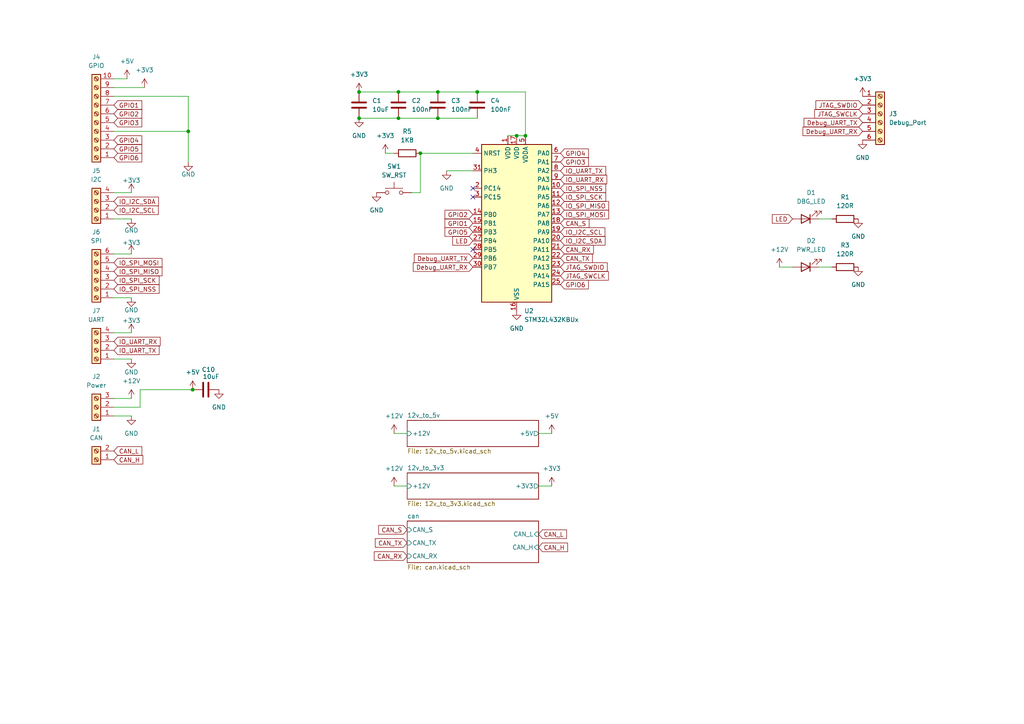
<source format=kicad_sch>
(kicad_sch (version 20231120) (generator "eeschema") (generator_version "8.0")
  (paper "A4")
  (lib_symbols
    (symbol "+3V3_1" (power) (pin_numbers hide) (pin_names (offset 0) hide)
      (property "Value" "+3V3" (at 0 3.556 0))
      (symbol "+3V3_1_0_1"
        (polyline (pts (xy -0.762 1.27) (xy 0 2.54)))
        (polyline (pts (xy 0 0) (xy 0 2.54)))
        (polyline (pts (xy 0 2.54) (xy 0.762 1.27)))
      )
      (symbol "+3V3_1_1_1"
        (pin power_in line (at 0 0 90) (length 0) (name "~") (number "1"))
      )
    )
    (symbol "Connector:Screw_Terminal_01x02" (pin_names (offset 1.016) hide)
      (property "Reference" "J" (at 0 2.54 0))
      (property "Value" "Screw_Terminal_01x02" (at 0 -5.08 0))
      (symbol "Screw_Terminal_01x02_1_1"
        (rectangle (start -1.27 1.27) (end 1.27 -3.81) (stroke (width 0.254)) (fill (type background)))
        (circle (center 0 -2.54) (radius 0.635) (stroke (width 0.1524)))
        (polyline (pts (xy -0.5334 -2.2098) (xy 0.3302 -3.048)) (stroke (width 0.1524)))
        (polyline (pts (xy -0.5334 0.3302) (xy 0.3302 -0.508)) (stroke (width 0.1524)))
        (polyline (pts (xy -0.3556 -2.032) (xy 0.508 -2.8702)) (stroke (width 0.1524)))
        (polyline (pts (xy -0.3556 0.508) (xy 0.508 -0.3302)) (stroke (width 0.1524)))
        (circle (center 0 0) (radius 0.635) (stroke (width 0.1524)))
        (pin passive line (at -5.08 0 0) (length 3.81) (name "Pin_1") (number "1"))
        (pin passive line (at -5.08 -2.54 0) (length 3.81) (name "Pin_2") (number "2"))
      )
    )
    (symbol "Connector:Screw_Terminal_01x03" (pin_names (offset 1.016) hide)
      (property "Reference" "J" (at 0 5.08 0))
      (property "Value" "Screw_Terminal_01x03" (at 0 -5.08 0))
      (symbol "Screw_Terminal_01x03_1_1"
        (rectangle (start -1.27 3.81) (end 1.27 -3.81) (stroke (width 0.254)) (fill (type background)))
        (circle (center 0 -2.54) (radius 0.635) (stroke (width 0.1524)))
        (polyline (pts (xy -0.5334 -2.2098) (xy 0.3302 -3.048)) (stroke (width 0.1524)))
        (polyline (pts (xy -0.5334 0.3302) (xy 0.3302 -0.508)) (stroke (width 0.1524)))
        (polyline (pts (xy -0.5334 2.8702) (xy 0.3302 2.032)) (stroke (width 0.1524)))
        (polyline (pts (xy -0.3556 -2.032) (xy 0.508 -2.8702)) (stroke (width 0.1524)))
        (polyline (pts (xy -0.3556 0.508) (xy 0.508 -0.3302)) (stroke (width 0.1524)))
        (polyline (pts (xy -0.3556 3.048) (xy 0.508 2.2098)) (stroke (width 0.1524)))
        (circle (center 0 0) (radius 0.635) (stroke (width 0.1524)))
        (circle (center 0 2.54) (radius 0.635) (stroke (width 0.1524)))
        (pin passive line (at -5.08 2.54 0) (length 3.81) (name "Pin_1") (number "1"))
        (pin passive line (at -5.08 0 0) (length 3.81) (name "Pin_2") (number "2"))
        (pin passive line (at -5.08 -2.54 0) (length 3.81) (name "Pin_3") (number "3"))
      )
    )
    (symbol "Connector:Screw_Terminal_01x04" (pin_names (offset 1.016) hide)
      (property "Reference" "J" (at 0 5.08 0))
      (property "Value" "Screw_Terminal_01x04" (at 0 -7.62 0))
      (symbol "Screw_Terminal_01x04_1_1"
        (rectangle (start -1.27 3.81) (end 1.27 -6.35) (stroke (width 0.254)) (fill (type background)))
        (circle (center 0 -5.08) (radius 0.635) (stroke (width 0.1524)))
        (circle (center 0 -2.54) (radius 0.635) (stroke (width 0.1524)))
        (polyline (pts (xy -0.5334 -4.7498) (xy 0.3302 -5.588)) (stroke (width 0.1524)))
        (polyline (pts (xy -0.5334 -2.2098) (xy 0.3302 -3.048)) (stroke (width 0.1524)))
        (polyline (pts (xy -0.5334 0.3302) (xy 0.3302 -0.508)) (stroke (width 0.1524)))
        (polyline (pts (xy -0.5334 2.8702) (xy 0.3302 2.032)) (stroke (width 0.1524)))
        (polyline (pts (xy -0.3556 -4.572) (xy 0.508 -5.4102)) (stroke (width 0.1524)))
        (polyline (pts (xy -0.3556 -2.032) (xy 0.508 -2.8702)) (stroke (width 0.1524)))
        (polyline (pts (xy -0.3556 0.508) (xy 0.508 -0.3302)) (stroke (width 0.1524)))
        (polyline (pts (xy -0.3556 3.048) (xy 0.508 2.2098)) (stroke (width 0.1524)))
        (circle (center 0 0) (radius 0.635) (stroke (width 0.1524)))
        (circle (center 0 2.54) (radius 0.635) (stroke (width 0.1524)))
        (pin passive line (at -5.08 2.54 0) (length 3.81) (name "Pin_1") (number "1"))
        (pin passive line (at -5.08 0 0) (length 3.81) (name "Pin_2") (number "2"))
        (pin passive line (at -5.08 -2.54 0) (length 3.81) (name "Pin_3") (number "3"))
        (pin passive line (at -5.08 -5.08 0) (length 3.81) (name "Pin_4") (number "4"))
      )
    )
    (symbol "Connector:Screw_Terminal_01x06" (pin_names (offset 1.016) hide)
      (property "Reference" "J" (at 0 7.62 0))
      (property "Value" "Screw_Terminal_01x06" (at 0 -10.16 0))
      (symbol "Screw_Terminal_01x06_1_1"
        (rectangle (start -1.27 6.35) (end 1.27 -8.89) (stroke (width 0.254)) (fill (type background)))
        (circle (center 0 -7.62) (radius 0.635) (stroke (width 0.1524)))
        (circle (center 0 -5.08) (radius 0.635) (stroke (width 0.1524)))
        (circle (center 0 -2.54) (radius 0.635) (stroke (width 0.1524)))
        (polyline (pts (xy -0.5334 -7.2898) (xy 0.3302 -8.128)) (stroke (width 0.1524)))
        (polyline (pts (xy -0.5334 -4.7498) (xy 0.3302 -5.588)) (stroke (width 0.1524)))
        (polyline (pts (xy -0.5334 -2.2098) (xy 0.3302 -3.048)) (stroke (width 0.1524)))
        (polyline (pts (xy -0.5334 0.3302) (xy 0.3302 -0.508)) (stroke (width 0.1524)))
        (polyline (pts (xy -0.5334 2.8702) (xy 0.3302 2.032)) (stroke (width 0.1524)))
        (polyline (pts (xy -0.5334 5.4102) (xy 0.3302 4.572)) (stroke (width 0.1524)))
        (polyline (pts (xy -0.3556 -7.112) (xy 0.508 -7.9502)) (stroke (width 0.1524)))
        (polyline (pts (xy -0.3556 -4.572) (xy 0.508 -5.4102)) (stroke (width 0.1524)))
        (polyline (pts (xy -0.3556 -2.032) (xy 0.508 -2.8702)) (stroke (width 0.1524)))
        (polyline (pts (xy -0.3556 0.508) (xy 0.508 -0.3302)) (stroke (width 0.1524)))
        (polyline (pts (xy -0.3556 3.048) (xy 0.508 2.2098)) (stroke (width 0.1524)))
        (polyline (pts (xy -0.3556 5.588) (xy 0.508 4.7498)) (stroke (width 0.1524)))
        (circle (center 0 0) (radius 0.635) (stroke (width 0.1524)))
        (circle (center 0 2.54) (radius 0.635) (stroke (width 0.1524)))
        (circle (center 0 5.08) (radius 0.635) (stroke (width 0.1524)))
        (pin passive line (at -5.08 5.08 0) (length 3.81) (name "Pin_1") (number "1"))
        (pin passive line (at -5.08 2.54 0) (length 3.81) (name "Pin_2") (number "2"))
        (pin passive line (at -5.08 0 0) (length 3.81) (name "Pin_3") (number "3"))
        (pin passive line (at -5.08 -2.54 0) (length 3.81) (name "Pin_4") (number "4"))
        (pin passive line (at -5.08 -5.08 0) (length 3.81) (name "Pin_5") (number "5"))
        (pin passive line (at -5.08 -7.62 0) (length 3.81) (name "Pin_6") (number "6"))
      )
    )
    (symbol "Connector:Screw_Terminal_01x10" (pin_names (offset 1.016) hide)
      (property "Reference" "J" (at 0 12.7 0))
      (property "Value" "Screw_Terminal_01x10" (at 0 -15.24 0))
      (symbol "Screw_Terminal_01x10_1_1"
        (rectangle (start -1.27 11.43) (end 1.27 -13.97) (stroke (width 0.254)) (fill (type background)))
        (circle (center 0 -12.7) (radius 0.635) (stroke (width 0.1524)))
        (circle (center 0 -10.16) (radius 0.635) (stroke (width 0.1524)))
        (circle (center 0 -7.62) (radius 0.635) (stroke (width 0.1524)))
        (circle (center 0 -5.08) (radius 0.635) (stroke (width 0.1524)))
        (circle (center 0 -2.54) (radius 0.635) (stroke (width 0.1524)))
        (polyline (pts (xy -0.5334 -12.3698) (xy 0.3302 -13.208)) (stroke (width 0.1524)))
        (polyline (pts (xy -0.5334 -9.8298) (xy 0.3302 -10.668)) (stroke (width 0.1524)))
        (polyline (pts (xy -0.5334 -7.2898) (xy 0.3302 -8.128)) (stroke (width 0.1524)))
        (polyline (pts (xy -0.5334 -4.7498) (xy 0.3302 -5.588)) (stroke (width 0.1524)))
        (polyline (pts (xy -0.5334 -2.2098) (xy 0.3302 -3.048)) (stroke (width 0.1524)))
        (polyline (pts (xy -0.5334 0.3302) (xy 0.3302 -0.508)) (stroke (width 0.1524)))
        (polyline (pts (xy -0.5334 2.8702) (xy 0.3302 2.032)) (stroke (width 0.1524)))
        (polyline (pts (xy -0.5334 5.4102) (xy 0.3302 4.572)) (stroke (width 0.1524)))
        (polyline (pts (xy -0.5334 7.9502) (xy 0.3302 7.112)) (stroke (width 0.1524)))
        (polyline (pts (xy -0.5334 10.4902) (xy 0.3302 9.652)) (stroke (width 0.1524)))
        (polyline (pts (xy -0.3556 -12.192) (xy 0.508 -13.0302)) (stroke (width 0.1524)))
        (polyline (pts (xy -0.3556 -9.652) (xy 0.508 -10.4902)) (stroke (width 0.1524)))
        (polyline (pts (xy -0.3556 -7.112) (xy 0.508 -7.9502)) (stroke (width 0.1524)))
        (polyline (pts (xy -0.3556 -4.572) (xy 0.508 -5.4102)) (stroke (width 0.1524)))
        (polyline (pts (xy -0.3556 -2.032) (xy 0.508 -2.8702)) (stroke (width 0.1524)))
        (polyline (pts (xy -0.3556 0.508) (xy 0.508 -0.3302)) (stroke (width 0.1524)))
        (polyline (pts (xy -0.3556 3.048) (xy 0.508 2.2098)) (stroke (width 0.1524)))
        (polyline (pts (xy -0.3556 5.588) (xy 0.508 4.7498)) (stroke (width 0.1524)))
        (polyline (pts (xy -0.3556 8.128) (xy 0.508 7.2898)) (stroke (width 0.1524)))
        (polyline (pts (xy -0.3556 10.668) (xy 0.508 9.8298)) (stroke (width 0.1524)))
        (circle (center 0 0) (radius 0.635) (stroke (width 0.1524)))
        (circle (center 0 2.54) (radius 0.635) (stroke (width 0.1524)))
        (circle (center 0 5.08) (radius 0.635) (stroke (width 0.1524)))
        (circle (center 0 7.62) (radius 0.635) (stroke (width 0.1524)))
        (circle (center 0 10.16) (radius 0.635) (stroke (width 0.1524)))
        (pin passive line (at -5.08 10.16 0) (length 3.81) (name "Pin_1") (number "1"))
        (pin passive line (at -5.08 -12.7 0) (length 3.81) (name "Pin_10") (number "10"))
        (pin passive line (at -5.08 7.62 0) (length 3.81) (name "Pin_2") (number "2"))
        (pin passive line (at -5.08 5.08 0) (length 3.81) (name "Pin_3") (number "3"))
        (pin passive line (at -5.08 2.54 0) (length 3.81) (name "Pin_4") (number "4"))
        (pin passive line (at -5.08 0 0) (length 3.81) (name "Pin_5") (number "5"))
        (pin passive line (at -5.08 -2.54 0) (length 3.81) (name "Pin_6") (number "6"))
        (pin passive line (at -5.08 -5.08 0) (length 3.81) (name "Pin_7") (number "7"))
        (pin passive line (at -5.08 -7.62 0) (length 3.81) (name "Pin_8") (number "8"))
        (pin passive line (at -5.08 -10.16 0) (length 3.81) (name "Pin_9") (number "9"))
      )
    )
    (symbol "Device:C" (pin_numbers hide) (pin_names (offset 0.254))
      (property "Reference" "C" (at 0.635 2.54 0))
      (property "Value" "C" (at 0.635 -2.54 0))
      (symbol "C_0_1"
        (polyline (pts (xy -2.032 -0.762) (xy 2.032 -0.762)) (stroke (width 0.508)))
        (polyline (pts (xy -2.032 0.762) (xy 2.032 0.762)) (stroke (width 0.508)))
      )
      (symbol "C_1_1"
        (pin passive line (at 0 3.81 270) (length 2.794) (name "~") (number "1"))
        (pin passive line (at 0 -3.81 90) (length 2.794) (name "~") (number "2"))
      )
    )
    (symbol "Device:LED" (pin_numbers hide) (pin_names (offset 1.016) hide)
      (property "Reference" "D" (at 0 2.54 0))
      (property "Value" "LED" (at 0 -2.54 0))
      (symbol "LED_0_1"
        (polyline (pts (xy -1.27 -1.27) (xy -1.27 1.27)) (stroke (width 0.254)))
        (polyline (pts (xy -1.27 0) (xy 1.27 0)))
        (polyline (pts (xy 1.27 -1.27) (xy 1.27 1.27) (xy -1.27 0) (xy 1.27 -1.27)) (stroke (width 0.254)))
        (polyline (pts (xy -3.048 -0.762) (xy -4.572 -2.286) (xy -3.81 -2.286) (xy -4.572 -2.286) (xy -4.572 -1.524)))
        (polyline (pts (xy -1.778 -0.762) (xy -3.302 -2.286) (xy -2.54 -2.286) (xy -3.302 -2.286) (xy -3.302 -1.524)))
      )
      (symbol "LED_1_1"
        (pin passive line (at -3.81 0 0) (length 2.54) (name "K") (number "1"))
        (pin passive line (at 3.81 0 180) (length 2.54) (name "A") (number "2"))
      )
    )
    (symbol "Device:R" (pin_numbers hide) (pin_names (offset 0))
      (property "Reference" "R" (at 2.032 0 90))
      (property "Value" "R" (at 0 0 90))
      (symbol "R_0_1"
        (rectangle (start -1.016 -2.54) (end 1.016 2.54) (stroke (width 0.254)))
      )
      (symbol "R_1_1"
        (pin passive line (at 0 3.81 270) (length 1.27) (name "~") (number "1"))
        (pin passive line (at 0 -3.81 90) (length 1.27) (name "~") (number "2"))
      )
    )
    (symbol "MCU_ST_STM32L4:STM32L432KBUx"
      (property "Reference" "U" (at -10.16 24.13 0))
      (property "Value" "STM32L432KBUx" (at 5.08 24.13 0))
      (symbol "STM32L432KBUx_0_1"
        (rectangle (start -10.16 -22.86) (end 10.16 22.86) (stroke (width 0.254)) (fill (type background)))
      )
      (symbol "STM32L432KBUx_1_1"
        (pin power_in line (at -2.54 25.4 270) (length 2.54) (name "VDD") (number "1"))
        (pin bidirectional line (at 12.7 10.16 180) (length 2.54) (name "PA4") (number "10"))
        (pin bidirectional line (at 12.7 7.62 180) (length 2.54) (name "PA5") (number "11"))
        (pin bidirectional line (at 12.7 5.08 180) (length 2.54) (name "PA6") (number "12"))
        (pin bidirectional line (at 12.7 2.54 180) (length 2.54) (name "PA7") (number "13"))
        (pin bidirectional line (at -12.7 2.54 0) (length 2.54) (name "PB0") (number "14"))
        (pin bidirectional line (at -12.7 0 0) (length 2.54) (name "PB1") (number "15"))
        (pin power_in line (at 0 -25.4 90) (length 2.54) (name "VSS") (number "16"))
        (pin power_in line (at 0 25.4 270) (length 2.54) (name "VDD") (number "17"))
        (pin bidirectional line (at 12.7 0 180) (length 2.54) (name "PA8") (number "18"))
        (pin bidirectional line (at 12.7 -2.54 180) (length 2.54) (name "PA9") (number "19"))
        (pin bidirectional line (at -12.7 10.16 0) (length 2.54) (name "PC14") (number "2"))
        (pin bidirectional line (at 12.7 -5.08 180) (length 2.54) (name "PA10") (number "20"))
        (pin bidirectional line (at 12.7 -7.62 180) (length 2.54) (name "PA11") (number "21"))
        (pin bidirectional line (at 12.7 -10.16 180) (length 2.54) (name "PA12") (number "22"))
        (pin bidirectional line (at 12.7 -12.7 180) (length 2.54) (name "PA13") (number "23"))
        (pin bidirectional line (at 12.7 -15.24 180) (length 2.54) (name "PA14") (number "24"))
        (pin bidirectional line (at 12.7 -17.78 180) (length 2.54) (name "PA15") (number "25"))
        (pin bidirectional line (at -12.7 -2.54 0) (length 2.54) (name "PB3") (number "26"))
        (pin bidirectional line (at -12.7 -5.08 0) (length 2.54) (name "PB4") (number "27"))
        (pin bidirectional line (at -12.7 -7.62 0) (length 2.54) (name "PB5") (number "28"))
        (pin bidirectional line (at -12.7 -10.16 0) (length 2.54) (name "PB6") (number "29"))
        (pin bidirectional line (at -12.7 7.62 0) (length 2.54) (name "PC15") (number "3"))
        (pin bidirectional line (at -12.7 -12.7 0) (length 2.54) (name "PB7") (number "30"))
        (pin bidirectional line (at -12.7 15.24 0) (length 2.54) (name "PH3") (number "31"))
        (pin passive line (at 0 -25.4 90) (length 2.54) hide (name "VSS") (number "32"))
        (pin passive line (at 0 -25.4 90) (length 2.54) hide (name "VSS") (number "33"))
        (pin input line (at -12.7 20.32 0) (length 2.54) (name "NRST") (number "4"))
        (pin power_in line (at 2.54 25.4 270) (length 2.54) (name "VDDA") (number "5"))
        (pin bidirectional line (at 12.7 20.32 180) (length 2.54) (name "PA0") (number "6"))
        (pin bidirectional line (at 12.7 17.78 180) (length 2.54) (name "PA1") (number "7"))
        (pin bidirectional line (at 12.7 15.24 180) (length 2.54) (name "PA2") (number "8"))
        (pin bidirectional line (at 12.7 12.7 180) (length 2.54) (name "PA3") (number "9"))
      )
    )
    (symbol "Switch:SW_Push" (pin_numbers hide) (pin_names (offset 1.016) hide)
      (property "Reference" "SW" (at 1.27 2.54 0))
      (property "Value" "SW_Push" (at 0 -1.524 0))
      (symbol "SW_Push_0_1"
        (circle (center -2.032 0) (radius 0.508))
        (polyline (pts (xy 0 1.27) (xy 0 3.048)))
        (polyline (pts (xy 2.54 1.27) (xy -2.54 1.27)))
        (circle (center 2.032 0) (radius 0.508))
        (pin passive line (at -5.08 0 0) (length 2.54) (name "1") (number "1"))
        (pin passive line (at 5.08 0 180) (length 2.54) (name "2") (number "2"))
      )
    )
    (symbol "power:+12V" (power) (pin_names (offset 0))
      (property "Value" "+12V" (at 0 3.556 0))
      (symbol "+12V_0_1"
        (polyline (pts (xy -0.762 1.27) (xy 0 2.54)))
        (polyline (pts (xy 0 0) (xy 0 2.54)))
        (polyline (pts (xy 0 2.54) (xy 0.762 1.27)))
      )
      (symbol "+12V_1_1"
        (pin power_in line (at 0 0 90) (length 0) hide (name "+12V") (number "1"))
      )
    )
    (symbol "power:+3V3" (power) (pin_names (offset 0))
      (property "Value" "+3V3" (at 0 3.556 0))
      (symbol "+3V3_0_1"
        (polyline (pts (xy -0.762 1.27) (xy 0 2.54)))
        (polyline (pts (xy 0 0) (xy 0 2.54)))
        (polyline (pts (xy 0 2.54) (xy 0.762 1.27)))
      )
      (symbol "+3V3_1_1"
        (pin power_in line (at 0 0 90) (length 0) hide (name "+3V3") (number "1"))
      )
    )
    (symbol "power:+5V" (power) (pin_names (offset 0))
      (property "Value" "+5V" (at 0 3.556 0))
      (symbol "+5V_0_1"
        (polyline (pts (xy -0.762 1.27) (xy 0 2.54)))
        (polyline (pts (xy 0 0) (xy 0 2.54)))
        (polyline (pts (xy 0 2.54) (xy 0.762 1.27)))
      )
      (symbol "+5V_1_1"
        (pin power_in line (at 0 0 90) (length 0) hide (name "+5V") (number "1"))
      )
    )
    (symbol "power:GND" (power) (pin_names (offset 0))
      (property "Value" "GND" (at 0 -3.81 0))
      (symbol "GND_0_1"
        (polyline (pts (xy 0 0) (xy 0 -1.27) (xy 1.27 -1.27) (xy 0 -2.54) (xy -1.27 -1.27) (xy 0 -1.27)))
      )
      (symbol "GND_1_1"
        (pin power_in line (at 0 0 270) (length 0) hide (name "GND") (number "1"))
      )
    )
  )
  (junction (at 138.43 26.67))
  (junction (at 149.86 39.37))
  (junction (at 121.92 44.45))
  (junction (at 54.61 38.1))
  (junction (at 152.4 39.37))
  (junction (at 55.88 113.03))
  (junction (at 115.57 26.67))
  (junction (at 104.14 34.29))
  (junction (at 104.14 26.67))
  (junction (at 127 26.67))
  (junction (at 127 34.29))
  (junction (at 115.57 34.29))
  (no_connect (at 137.16 54.61))
  (no_connect (at 137.16 72.39))
  (no_connect (at 137.16 57.15))
  (wire (pts (xy 138.43 26.67) (xy 127 26.67)))
  (wire (pts (xy 33.02 63.5) (xy 38.1 63.5)))
  (wire (pts (xy 147.32 39.37) (xy 149.86 39.37)))
  (wire (pts (xy 121.92 44.45) (xy 137.16 44.45)))
  (wire (pts (xy 40.64 113.03) (xy 55.88 113.03)))
  (wire (pts (xy 115.57 26.67) (xy 104.14 26.67)))
  (wire (pts (xy 54.61 27.94) (xy 33.02 27.94)))
  (wire (pts (xy 152.4 26.67) (xy 138.43 26.67)))
  (wire (pts (xy 33.02 86.36) (xy 38.1 86.36)))
  (wire (pts (xy 119.38 55.88) (xy 121.92 55.88)))
  (wire (pts (xy 33.02 73.66) (xy 38.1 73.66)))
  (wire (pts (xy 226.06 77.47) (xy 229.87 77.47)))
  (wire (pts (xy 241.3 63.5) (xy 237.49 63.5)))
  (wire (pts (xy 38.1 120.65) (xy 33.02 120.65)))
  (wire (pts (xy 237.49 77.47) (xy 241.3 77.47)))
  (wire (pts (xy 33.02 22.86) (xy 36.83 22.86)))
  (wire (pts (xy 54.61 38.1) (xy 54.61 27.94)))
  (wire (pts (xy 127 34.29) (xy 138.43 34.29)))
  (wire (pts (xy 115.57 34.29) (xy 127 34.29)))
  (wire (pts (xy 121.92 55.88) (xy 121.92 44.45)))
  (wire (pts (xy 111.76 44.45) (xy 114.3 44.45)))
  (wire (pts (xy 33.02 115.57) (xy 38.1 115.57)))
  (wire (pts (xy 152.4 39.37) (xy 152.4 26.67)))
  (wire (pts (xy 156.21 140.97) (xy 160.02 140.97)))
  (wire (pts (xy 156.21 125.73) (xy 160.02 125.73)))
  (wire (pts (xy 127 26.67) (xy 115.57 26.67)))
  (wire (pts (xy 33.02 25.4) (xy 41.91 25.4)))
  (wire (pts (xy 149.86 39.37) (xy 152.4 39.37)))
  (wire (pts (xy 129.54 49.53) (xy 137.16 49.53)))
  (wire (pts (xy 33.02 96.52) (xy 38.1 96.52)))
  (wire (pts (xy 40.64 118.11) (xy 40.64 113.03)))
  (wire (pts (xy 33.02 118.11) (xy 40.64 118.11)))
  (wire (pts (xy 114.3 125.73) (xy 118.11 125.73)))
  (wire (pts (xy 33.02 38.1) (xy 54.61 38.1)))
  (wire (pts (xy 114.3 140.97) (xy 118.11 140.97)))
  (wire (pts (xy 33.02 104.14) (xy 38.1 104.14)))
  (wire (pts (xy 104.14 34.29) (xy 115.57 34.29)))
  (wire (pts (xy 33.02 55.88) (xy 38.1 55.88)))
  (wire (pts (xy 54.61 46.99) (xy 54.61 38.1)))
  (global_label "IO_I2C_SDA" (shape input) (at 33.02 58.42 0) (property "Intersheetrefs" "${INTERSHEET_REFS}" (effects (hide yes))))
  (global_label "IO_UART_TX" (shape input) (at 162.56 49.53 0) (property "Intersheetrefs" "${INTERSHEET_REFS}" (effects (hide yes))))
  (global_label "IO_SPI_MISO" (shape input) (at 33.02 78.74 0) (property "Intersheetrefs" "${INTERSHEET_REFS}" (effects (hide yes))))
  (global_label "Debug_UART_RX" (shape input) (at 250.19 38.1 180) (property "Intersheetrefs" "${INTERSHEET_REFS}" (effects (hide yes))))
  (global_label "JTAG_SWDIO" (shape input) (at 162.56 77.47 0) (property "Intersheetrefs" "${INTERSHEET_REFS}" (effects (hide yes))))
  (global_label "IO_SPI_SCK" (shape input) (at 162.56 57.15 0) (property "Intersheetrefs" "${INTERSHEET_REFS}" (effects (hide yes))))
  (global_label "CAN_RX" (shape input) (at 162.56 72.39 0) (property "Intersheetrefs" "${INTERSHEET_REFS}" (effects (hide yes))))
  (global_label "GPIO1" (shape input) (at 33.02 30.48 0) (property "Intersheetrefs" "${INTERSHEET_REFS}" (effects (hide yes))))
  (global_label "GPIO3" (shape input) (at 162.56 46.99 0) (property "Intersheetrefs" "${INTERSHEET_REFS}" (effects (hide yes))))
  (global_label "IO_UART_RX" (shape input) (at 162.56 52.07 0) (property "Intersheetrefs" "${INTERSHEET_REFS}" (effects (hide yes))))
  (global_label "IO_SPI_MOSI" (shape input) (at 33.02 76.2 0) (property "Intersheetrefs" "${INTERSHEET_REFS}" (effects (hide yes))))
  (global_label "JTAG_SWDIO" (shape input) (at 250.19 30.48 180) (property "Intersheetrefs" "${INTERSHEET_REFS}" (effects (hide yes))))
  (global_label "IO_SPI_MISO" (shape input) (at 162.56 59.69 0) (property "Intersheetrefs" "${INTERSHEET_REFS}" (effects (hide yes))))
  (global_label "CAN_L" (shape input) (at 156.21 154.94 0) (property "Intersheetrefs" "${INTERSHEET_REFS}" (effects (hide yes))))
  (global_label "IO_I2C_SCL" (shape input) (at 162.56 67.31 0) (property "Intersheetrefs" "${INTERSHEET_REFS}" (effects (hide yes))))
  (global_label "GPIO5" (shape input) (at 137.16 67.31 180) (property "Intersheetrefs" "${INTERSHEET_REFS}" (effects (hide yes))))
  (global_label "CAN_H" (shape input) (at 156.21 158.75 0) (property "Intersheetrefs" "${INTERSHEET_REFS}" (effects (hide yes))))
  (global_label "GPIO4" (shape input) (at 162.56 44.45 0) (property "Intersheetrefs" "${INTERSHEET_REFS}" (effects (hide yes))))
  (global_label "GPIO2" (shape input) (at 137.16 62.23 180) (property "Intersheetrefs" "${INTERSHEET_REFS}" (effects (hide yes))))
  (global_label "IO_I2C_SCL" (shape input) (at 33.02 60.96 0) (property "Intersheetrefs" "${INTERSHEET_REFS}" (effects (hide yes))))
  (global_label "IO_SPI_NSS" (shape input) (at 33.02 83.82 0) (property "Intersheetrefs" "${INTERSHEET_REFS}" (effects (hide yes))))
  (global_label "IO_UART_RX" (shape input) (at 33.02 99.06 0) (property "Intersheetrefs" "${INTERSHEET_REFS}" (effects (hide yes))))
  (global_label "JTAG_SWCLK" (shape input) (at 162.56 80.01 0) (property "Intersheetrefs" "${INTERSHEET_REFS}" (effects (hide yes))))
  (global_label "IO_SPI_SCK" (shape input) (at 33.02 81.28 0) (property "Intersheetrefs" "${INTERSHEET_REFS}" (effects (hide yes))))
  (global_label "IO_SPI_NSS" (shape input) (at 162.56 54.61 0) (property "Intersheetrefs" "${INTERSHEET_REFS}" (effects (hide yes))))
  (global_label "CAN_L" (shape input) (at 33.02 130.81 0) (property "Intersheetrefs" "${INTERSHEET_REFS}" (effects (hide yes))))
  (global_label "IO_SPI_MOSI" (shape input) (at 162.56 62.23 0) (property "Intersheetrefs" "${INTERSHEET_REFS}" (effects (hide yes))))
  (global_label "Debug_UART_RX" (shape input) (at 137.16 77.47 180) (property "Intersheetrefs" "${INTERSHEET_REFS}" (effects (hide yes))))
  (global_label "GPIO6" (shape input) (at 162.56 82.55 0) (property "Intersheetrefs" "${INTERSHEET_REFS}" (effects (hide yes))))
  (global_label "JTAG_SWCLK" (shape input) (at 250.19 33.02 180) (property "Intersheetrefs" "${INTERSHEET_REFS}" (effects (hide yes))))
  (global_label "GPIO4" (shape input) (at 33.02 40.64 0) (property "Intersheetrefs" "${INTERSHEET_REFS}" (effects (hide yes))))
  (global_label "CAN_S" (shape input) (at 162.56 64.77 0) (property "Intersheetrefs" "${INTERSHEET_REFS}" (effects (hide yes))))
  (global_label "GPIO3" (shape input) (at 33.02 35.56 0) (property "Intersheetrefs" "${INTERSHEET_REFS}" (effects (hide yes))))
  (global_label "CAN_TX" (shape input) (at 118.11 157.48 180) (property "Intersheetrefs" "${INTERSHEET_REFS}" (effects (hide yes))))
  (global_label "CAN_TX" (shape input) (at 162.56 74.93 0) (property "Intersheetrefs" "${INTERSHEET_REFS}" (effects (hide yes))))
  (global_label "CAN_H" (shape input) (at 33.02 133.35 0) (property "Intersheetrefs" "${INTERSHEET_REFS}" (effects (hide yes))))
  (global_label "GPIO1" (shape input) (at 137.16 64.77 180) (property "Intersheetrefs" "${INTERSHEET_REFS}" (effects (hide yes))))
  (global_label "IO_I2C_SDA" (shape input) (at 162.56 69.85 0) (property "Intersheetrefs" "${INTERSHEET_REFS}" (effects (hide yes))))
  (global_label "GPIO2" (shape input) (at 33.02 33.02 0) (property "Intersheetrefs" "${INTERSHEET_REFS}" (effects (hide yes))))
  (global_label "Debug_UART_TX" (shape input) (at 137.16 74.93 180) (property "Intersheetrefs" "${INTERSHEET_REFS}" (effects (hide yes))))
  (global_label "Debug_UART_TX" (shape input) (at 250.19 35.56 180) (property "Intersheetrefs" "${INTERSHEET_REFS}" (effects (hide yes))))
  (global_label "LED" (shape input) (at 229.87 63.5 180) (property "Intersheetrefs" "${INTERSHEET_REFS}" (effects (hide yes))))
  (global_label "CAN_S" (shape input) (at 118.11 153.67 180) (property "Intersheetrefs" "${INTERSHEET_REFS}" (effects (hide yes))))
  (global_label "CAN_RX" (shape input) (at 118.11 161.29 180) (property "Intersheetrefs" "${INTERSHEET_REFS}" (effects (hide yes))))
  (global_label "GPIO5" (shape input) (at 33.02 43.18 0) (property "Intersheetrefs" "${INTERSHEET_REFS}" (effects (hide yes))))
  (global_label "IO_UART_TX" (shape input) (at 33.02 101.6 0) (property "Intersheetrefs" "${INTERSHEET_REFS}" (effects (hide yes))))
  (global_label "GPIO6" (shape input) (at 33.02 45.72 0) (property "Intersheetrefs" "${INTERSHEET_REFS}" (effects (hide yes))))
  (global_label "LED" (shape input) (at 137.16 69.85 180) (property "Intersheetrefs" "${INTERSHEET_REFS}" (effects (hide yes))))
  (symbol (lib_id "Connector:Screw_Terminal_01x10") (at 27.94 35.56 180) (unit 1)
    (property "Reference" "J4" (at 27.94 16.51 0))
    (property "Value" "GPIO" (at 27.94 19.05 0))
    (property "Footprint" "TerminalBlock_Phoenix:TerminalBlock_Phoenix_PT-1,5-10-5.0-H_1x10_P5.00mm_Horizontal" (effects (hide yes)))
    (property "Description" "Generic screw terminal, single row, 01x10, script generated (kicad-library-utils/schlib/autogen/connector/)" (effects (hide yes)))
  )
  (symbol (lib_id "power:GND") (at 63.5 113.03 0) (unit 1)
    (property "Reference" "#PWR37" (effects (hide yes)))
    (property "Value" "GND" (at 63.5 118.11 0))
    (property "Description" "Power symbol creates a global label with name \"GND\" , ground" (effects (hide yes)))
  )
  (symbol (lib_id "Connector:Screw_Terminal_01x06") (at 27.94 81.28 180) (unit 1)
    (property "Reference" "J6" (at 27.94 67.31 0))
    (property "Value" "SPI" (at 27.94 69.85 0))
    (property "Footprint" "TerminalBlock_Phoenix:TerminalBlock_Phoenix_PT-1,5-6-5.0-H_1x06_P5.00mm_Horizontal" (effects (hide yes)))
    (property "Description" "Generic screw terminal, single row, 01x06, script generated (kicad-library-utils/schlib/autogen/connector/)" (effects (hide yes)))
  )
  (symbol (lib_name "+3V3_1") (lib_id "power:+3V3") (at 111.76 44.45 0) (unit 1)
    (property "Reference" "#PWR012" (effects (hide yes)))
    (property "Value" "+3V3" (at 111.76 39.37 0))
    (property "Description" "Power symbol creates a global label with name \"+3V3\"" (effects (hide yes)))
  )
  (symbol (lib_id "Device:C") (at 115.57 30.48 0) (unit 1)
    (property "Reference" "C2" (at 119.38 29.2099 0) (effects (justify left)))
    (property "Value" "100nF" (at 119.38 31.7499 0) (effects (justify left)))
    (property "Footprint" "Capacitor_SMD:C_0603_1608Metric" (effects (hide yes)))
    (property "Description" "Unpolarized capacitor" (effects (hide yes)))
  )
  (symbol (lib_id "power:+5V") (at 160.02 125.73 0) (unit 1)
    (property "Reference" "#PWR09" (effects (hide yes)))
    (property "Value" "+5V" (at 160.02 120.65 0))
    (property "Description" "Power symbol creates a global label with name \"+5V\"" (effects (hide yes)))
  )
  (symbol (lib_id "power:GND") (at 38.1 104.14 0) (unit 1)
    (property "Reference" "#PWR017" (effects (hide yes)))
    (property "Value" "GND" (at 38.1 107.95 0))
    (property "Description" "Power symbol creates a global label with name \"GND\" , ground" (effects (hide yes)))
  )
  (symbol (lib_id "Device:R") (at 245.11 77.47 90) (unit 1)
    (property "Reference" "R3" (at 245.11 71.12 90))
    (property "Value" "120R" (at 245.11 73.66 90))
    (property "Footprint" "Resistor_SMD:R_0805_2012Metric" (effects (hide yes)))
    (property "Description" "Resistor" (effects (hide yes)))
  )
  (symbol (lib_id "Device:C") (at 104.14 30.48 0) (unit 1)
    (property "Reference" "C1" (at 107.95 29.2099 0) (effects (justify left)))
    (property "Value" "10uF" (at 107.95 31.7499 0) (effects (justify left)))
    (property "Footprint" "Capacitor_SMD:C_0805_2012Metric" (effects (hide yes)))
    (property "Description" "Unpolarized capacitor" (effects (hide yes)))
  )
  (symbol (lib_id "Device:C") (at 138.43 30.48 0) (unit 1)
    (property "Reference" "C4" (at 142.24 29.2099 0) (effects (justify left)))
    (property "Value" "100nF" (at 142.24 31.7499 0) (effects (justify left)))
    (property "Footprint" "Capacitor_SMD:C_0603_1608Metric" (effects (hide yes)))
    (property "Description" "Unpolarized capacitor" (effects (hide yes)))
  )
  (symbol (lib_id "power:GND") (at 38.1 63.5 0) (unit 1)
    (property "Reference" "#PWR021" (effects (hide yes)))
    (property "Value" "GND" (at 38.1 66.802 0))
    (property "Description" "Power symbol creates a global label with name \"GND\" , ground" (effects (hide yes)))
  )
  (symbol (lib_id "power:+3V3") (at 160.02 140.97 0) (unit 1)
    (property "Reference" "#PWR08" (effects (hide yes)))
    (property "Value" "+3V3" (at 160.02 135.89 0))
    (property "Description" "Power symbol creates a global label with name \"+3V3\"" (effects (hide yes)))
  )
  (symbol (lib_id "power:+3V3") (at 250.19 27.94 0) (unit 1)
    (property "Reference" "#PWR028" (effects (hide yes)))
    (property "Value" "+3V3" (at 250.19 22.86 0))
    (property "Description" "Power symbol creates a global label with name \"+3V3\"" (effects (hide yes)))
  )
  (symbol (lib_id "power:+3V3") (at 41.91 25.4 0) (unit 1)
    (property "Reference" "#PWR024" (effects (hide yes)))
    (property "Value" "+3V3" (at 41.91 20.32 0))
    (property "Description" "Power symbol creates a global label with name \"+3V3\"" (effects (hide yes)))
  )
  (symbol (lib_id "Device:LED") (at 233.68 63.5 180) (unit 1)
    (property "Reference" "D1" (at 235.2675 55.88 0))
    (property "Value" "DBG_LED" (at 235.2675 58.42 0))
    (property "Footprint" "LED_SMD:LED_0805_2012Metric" (effects (hide yes)))
    (property "Description" "Light emitting diode" (effects (hide yes)))
  )
  (symbol (lib_id "Connector:Screw_Terminal_01x04") (at 27.94 101.6 180) (unit 1)
    (property "Reference" "J7" (at 27.94 90.17 0))
    (property "Value" "UART" (at 27.94 92.71 0))
    (property "Footprint" "TerminalBlock_Phoenix:TerminalBlock_Phoenix_PT-1,5-4-5.0-H_1x04_P5.00mm_Horizontal" (effects (hide yes)))
    (property "Description" "Generic screw terminal, single row, 01x04, script generated (kicad-library-utils/schlib/autogen/connector/)" (effects (hide yes)))
  )
  (symbol (lib_id "power:GND") (at 248.92 77.47 0) (unit 1)
    (property "Reference" "#PWR38" (effects (hide yes)))
    (property "Value" "GND" (at 248.92 82.55 0))
    (property "Description" "Power symbol creates a global label with name \"GND\" , ground" (effects (hide yes)))
  )
  (symbol (lib_id "power:GND") (at 38.1 120.65 0) (unit 1)
    (property "Reference" "#PWR016" (effects (hide yes)))
    (property "Value" "GND" (at 38.1 125.73 0))
    (property "Description" "Power symbol creates a global label with name \"GND\" , ground" (effects (hide yes)))
  )
  (symbol (lib_id "power:+3V3") (at 38.1 55.88 0) (unit 1)
    (property "Reference" "#PWR022" (effects (hide yes)))
    (property "Value" "+3V3" (at 38.1 52.324 0))
    (property "Description" "Power symbol creates a global label with name \"+3V3\"" (effects (hide yes)))
  )
  (symbol (lib_id "Device:C") (at 59.69 113.03 90) (unit 1)
    (property "Reference" "C10" (at 60.452 107.188 90))
    (property "Value" "10uF" (at 61.214 109.22 90))
    (property "Footprint" "Capacitor_SMD:C_0805_2012Metric" (effects (hide yes)))
    (property "Description" "Unpolarized capacitor" (effects (hide yes)))
  )
  (symbol (lib_id "power:+12V") (at 114.3 140.97 0) (unit 1)
    (property "Reference" "#PWR06" (effects (hide yes)))
    (property "Value" "+12V" (at 114.3 135.89 0))
    (property "Description" "Power symbol creates a global label with name \"+12V\"" (effects (hide yes)))
  )
  (symbol (lib_id "power:+3V3") (at 38.1 73.66 0) (unit 1)
    (property "Reference" "#PWR020" (effects (hide yes)))
    (property "Value" "+3V3" (at 38.1 70.358 0))
    (property "Description" "Power symbol creates a global label with name \"+3V3\"" (effects (hide yes)))
  )
  (symbol (lib_id "Switch:SW_Push") (at 114.3 55.88 0) (unit 1)
    (property "Reference" "SW1" (at 114.3 48.26 0))
    (property "Value" "SW_RST" (at 114.3 50.8 0))
    (property "Footprint" "Button_Switch_SMD:SW_Push_1P1T_XKB_TS-1187A" (effects (hide yes)))
    (property "Description" "Push button switch, generic, two pins" (effects (hide yes)))
  )
  (symbol (lib_id "power:GND") (at 129.54 49.53 0) (unit 1)
    (property "Reference" "#PWR027" (effects (hide yes)))
    (property "Value" "GND" (at 129.54 54.61 0))
    (property "Description" "Power symbol creates a global label with name \"GND\" , ground" (effects (hide yes)))
  )
  (symbol (lib_id "power:GND") (at 149.86 90.17 0) (unit 1)
    (property "Reference" "#PWR026" (effects (hide yes)))
    (property "Value" "GND" (at 149.86 95.25 0))
    (property "Description" "Power symbol creates a global label with name \"GND\" , ground" (effects (hide yes)))
  )
  (symbol (lib_id "Connector:Screw_Terminal_01x04") (at 27.94 60.96 180) (unit 1)
    (property "Reference" "J5" (at 27.94 49.53 0))
    (property "Value" "I2C" (at 27.94 52.07 0))
    (property "Footprint" "TerminalBlock_Phoenix:TerminalBlock_Phoenix_PT-1,5-4-5.0-H_1x04_P5.00mm_Horizontal" (effects (hide yes)))
    (property "Description" "Generic screw terminal, single row, 01x04, script generated (kicad-library-utils/schlib/autogen/connector/)" (effects (hide yes)))
  )
  (symbol (lib_id "Device:LED") (at 233.68 77.47 180) (unit 1)
    (property "Reference" "D2" (at 235.2675 69.85 0))
    (property "Value" "PWR_LED" (at 235.2675 72.39 0))
    (property "Footprint" "LED_SMD:LED_0805_2012Metric" (effects (hide yes)))
    (property "Description" "Light emitting diode" (effects (hide yes)))
  )
  (symbol (lib_id "Connector:Screw_Terminal_01x02") (at 27.94 133.35 180) (unit 1)
    (property "Reference" "J1" (at 27.94 124.46 0))
    (property "Value" "CAN" (at 27.94 127 0))
    (property "Footprint" "TerminalBlock_Phoenix:TerminalBlock_Phoenix_PT-1,5-2-5.0-H_1x02_P5.00mm_Horizontal" (effects (hide yes)))
    (property "Description" "Generic screw terminal, single row, 01x02, script generated (kicad-library-utils/schlib/autogen/connector/)" (effects (hide yes)))
  )
  (symbol (lib_id "Device:R") (at 245.11 63.5 90) (unit 1)
    (property "Reference" "R1" (at 245.11 57.15 90))
    (property "Value" "120R" (at 245.11 59.69 90))
    (property "Footprint" "Resistor_SMD:R_0805_2012Metric" (effects (hide yes)))
    (property "Description" "Resistor" (effects (hide yes)))
  )
  (symbol (lib_id "power:GND") (at 109.22 55.88 0) (unit 1)
    (property "Reference" "#PWR013" (effects (hide yes)))
    (property "Value" "GND" (at 109.22 60.96 0))
    (property "Description" "Power symbol creates a global label with name \"GND\" , ground" (effects (hide yes)))
  )
  (symbol (lib_id "power:+5V") (at 36.83 22.86 0) (unit 1)
    (property "Reference" "#PWR023" (effects (hide yes)))
    (property "Value" "+5V" (at 36.83 17.78 0))
    (property "Description" "Power symbol creates a global label with name \"+5V\"" (effects (hide yes)))
  )
  (symbol (lib_id "power:GND") (at 104.14 34.29 0) (unit 1)
    (property "Reference" "#PWR010" (effects (hide yes)))
    (property "Value" "GND" (at 104.14 39.37 0))
    (property "Description" "Power symbol creates a global label with name \"GND\" , ground" (effects (hide yes)))
  )
  (symbol (lib_id "Connector:Screw_Terminal_01x03") (at 27.94 118.11 180) (unit 1)
    (property "Reference" "J2" (at 27.94 109.22 0))
    (property "Value" "Power" (at 27.94 111.76 0))
    (property "Footprint" "TerminalBlock_Phoenix:TerminalBlock_Phoenix_PT-1,5-3-5.0-H_1x03_P5.00mm_Horizontal" (effects (hide yes)))
    (property "Description" "Generic screw terminal, single row, 01x03, script generated (kicad-library-utils/schlib/autogen/connector/)" (effects (hide yes)))
  )
  (symbol (lib_id "power:GND") (at 54.61 46.99 0) (unit 1)
    (property "Reference" "#PWR025" (effects (hide yes)))
    (property "Value" "GND" (at 54.61 50.546 0))
    (property "Description" "Power symbol creates a global label with name \"GND\" , ground" (effects (hide yes)))
  )
  (symbol (lib_id "Connector:Screw_Terminal_01x06") (at 255.27 33.02 0) (unit 1)
    (property "Reference" "J3" (at 257.81 33.0199 0) (effects (justify left)))
    (property "Value" "Debug_Port" (at 257.81 35.5599 0) (effects (justify left)))
    (property "Footprint" "TerminalBlock_Phoenix:TerminalBlock_Phoenix_PT-1,5-6-5.0-H_1x06_P5.00mm_Horizontal" (effects (hide yes)))
    (property "Description" "Generic screw terminal, single row, 01x06, script generated (kicad-library-utils/schlib/autogen/connector/)" (effects (hide yes)))
  )
  (symbol (lib_id "power:+5V") (at 55.88 113.03 0) (mirror y) (unit 1)
    (property "Reference" "#PWR015" (effects (hide yes)))
    (property "Value" "+5V" (at 55.88 107.95 0))
    (property "Description" "Power symbol creates a global label with name \"+5V\"" (effects (hide yes)))
  )
  (symbol (lib_id "power:GND") (at 250.19 40.64 0) (unit 1)
    (property "Reference" "#PWR029" (effects (hide yes)))
    (property "Value" "GND" (at 250.19 45.72 0))
    (property "Description" "Power symbol creates a global label with name \"GND\" , ground" (effects (hide yes)))
  )
  (symbol (lib_id "power:GND") (at 38.1 86.36 0) (unit 1)
    (property "Reference" "#PWR019" (effects (hide yes)))
    (property "Value" "GND" (at 38.1 89.916 0))
    (property "Description" "Power symbol creates a global label with name \"GND\" , ground" (effects (hide yes)))
  )
  (symbol (lib_id "power:+12V") (at 226.06 77.47 0) (unit 1)
    (property "Reference" "#PWR39" (effects (hide yes)))
    (property "Value" "+12V" (at 226.06 72.39 0))
    (property "Description" "Power symbol creates a global label with name \"+12V\"" (effects (hide yes)))
  )
  (symbol (lib_id "Device:C") (at 127 30.48 0) (unit 1)
    (property "Reference" "C3" (at 130.81 29.2099 0) (effects (justify left)))
    (property "Value" "100nF" (at 130.81 31.7499 0) (effects (justify left)))
    (property "Footprint" "Capacitor_SMD:C_0603_1608Metric" (effects (hide yes)))
    (property "Description" "Unpolarized capacitor" (effects (hide yes)))
  )
  (symbol (lib_id "power:+3V3") (at 38.1 96.52 0) (unit 1)
    (property "Reference" "#PWR018" (effects (hide yes)))
    (property "Value" "+3V3" (at 38.1 92.964 0))
    (property "Description" "Power symbol creates a global label with name \"+3V3\"" (effects (hide yes)))
  )
  (symbol (lib_id "MCU_ST_STM32L4:STM32L432KBUx") (at 149.86 64.77 0) (unit 1)
    (property "Reference" "U2" (at 152.0541 90.17 0) (effects (justify left)))
    (property "Value" "STM32L432KBUx" (at 152.0541 92.71 0) (effects (justify left)))
    (property "Footprint" "Package_DFN_QFN:QFN-32-1EP_5x5mm_P0.5mm_EP3.45x3.45mm" (effects (hide yes)))
    (property "Datasheet" "https://www.st.com/resource/en/datasheet/stm32l432kb.pdf" (effects (hide yes)))
    (property "Description" "STMicroelectronics Arm Cortex-M4 MCU, 128KB flash, 64KB RAM, 80 MHz, 1.71-3.6V, 26 GPIO, UFQFPN32" (effects (hide yes)))
  )
  (symbol (lib_id "power:GND") (at 248.92 63.5 0) (unit 1)
    (property "Reference" "#PWR030" (effects (hide yes)))
    (property "Value" "GND" (at 248.92 68.58 0))
    (property "Description" "Power symbol creates a global label with name \"GND\" , ground" (effects (hide yes)))
  )
  (symbol (lib_id "power:+3V3") (at 104.14 26.67 0) (unit 1)
    (property "Reference" "#PWR011" (effects (hide yes)))
    (property "Value" "+3V3" (at 104.14 21.59 0))
    (property "Description" "Power symbol creates a global label with name \"+3V3\"" (effects (hide yes)))
  )
  (symbol (lib_id "power:+12V") (at 38.1 115.57 0) (mirror y) (unit 1)
    (property "Reference" "#PWR014" (effects (hide yes)))
    (property "Value" "+12V" (at 38.1 110.49 0))
    (property "Description" "Power symbol creates a global label with name \"+12V\"" (effects (hide yes)))
  )
  (symbol (lib_id "power:+12V") (at 114.3 125.73 0) (unit 1)
    (property "Reference" "#PWR07" (effects (hide yes)))
    (property "Value" "+12V" (at 114.3 120.65 0))
    (property "Description" "Power symbol creates a global label with name \"+12V\"" (effects (hide yes)))
  )
  (symbol (lib_id "Device:R") (at 118.11 44.45 90) (unit 1)
    (property "Reference" "R5" (at 118.11 38.1 90))
    (property "Value" "1K8" (at 118.11 40.64 90))
    (property "Footprint" "Resistor_SMD:R_0603_1608Metric" (effects (hide yes)))
    (property "Description" "Resistor" (effects (hide yes)))
  )
  (sheet (at 118.11 137.16) (size 38.1 7.62) (stroke (width 0.1524))
    (property "Sheetname" "12v_to_3v3" (at 118.11 136.4484 0) (effects (justify left bottom)))
    (property "Sheetfile" "12v_to_3v3.kicad_sch" (at 118.11 145.3646 0) (effects (justify left top)))
    (pin "+3V3" output (at 156.21 140.97 0))
    (pin "+12V" input (at 118.11 140.97 180))
  )
  (sheet (at 118.11 121.92) (size 38.1 7.62) (stroke (width 0.1524))
    (property "Sheetname" "12v_to_5v" (at 118.11 121.2084 0) (effects (justify left bottom)))
    (property "Sheetfile" "12v_to_5v.kicad_sch" (at 118.11 130.1246 0) (effects (justify left top)))
    (pin "+5V" output (at 156.21 125.73 0))
    (pin "+12V" input (at 118.11 125.73 180))
  )
  (sheet (at 118.11 151.13) (size 38.1 12.065) (stroke (width 0.1524))
    (property "Sheetname" "can" (at 118.11 150.4184 0) (effects (justify left bottom)))
    (property "Sheetfile" "can.kicad_sch" (at 118.11 163.7796 0) (effects (justify left top)))
    (pin "CAN_L" input (at 156.21 154.94 0))
    (pin "CAN_H" input (at 156.21 158.75 0))
    (pin "CAN_TX" input (at 118.11 157.48 180))
    (pin "CAN_RX" input (at 118.11 161.29 180))
    (pin "CAN_S" input (at 118.11 153.67 180))
  )
)
</source>
